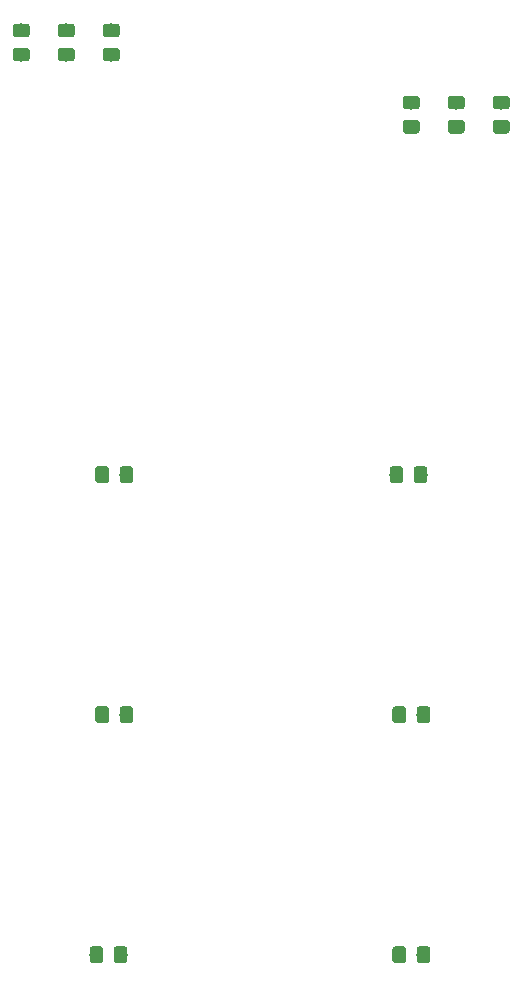
<source format=gbr>
G04 #@! TF.GenerationSoftware,KiCad,Pcbnew,5.1.4*
G04 #@! TF.CreationDate,2019-10-29T06:47:26+01:00*
G04 #@! TF.ProjectId,MediaKeys,4d656469-614b-4657-9973-2e6b69636164,rev?*
G04 #@! TF.SameCoordinates,Original*
G04 #@! TF.FileFunction,Paste,Top*
G04 #@! TF.FilePolarity,Positive*
%FSLAX46Y46*%
G04 Gerber Fmt 4.6, Leading zero omitted, Abs format (unit mm)*
G04 Created by KiCad (PCBNEW 5.1.4) date 2019-10-29 06:47:26*
%MOMM*%
%LPD*%
G04 APERTURE LIST*
%ADD10C,0.100000*%
%ADD11C,1.150000*%
G04 APERTURE END LIST*
D10*
G36*
X84294505Y-67761204D02*
G01*
X84318773Y-67764804D01*
X84342572Y-67770765D01*
X84365671Y-67779030D01*
X84387850Y-67789520D01*
X84408893Y-67802132D01*
X84428599Y-67816747D01*
X84446777Y-67833223D01*
X84463253Y-67851401D01*
X84477868Y-67871107D01*
X84490480Y-67892150D01*
X84500970Y-67914329D01*
X84509235Y-67937428D01*
X84515196Y-67961227D01*
X84518796Y-67985495D01*
X84520000Y-68009999D01*
X84520000Y-68660001D01*
X84518796Y-68684505D01*
X84515196Y-68708773D01*
X84509235Y-68732572D01*
X84500970Y-68755671D01*
X84490480Y-68777850D01*
X84477868Y-68798893D01*
X84463253Y-68818599D01*
X84446777Y-68836777D01*
X84428599Y-68853253D01*
X84408893Y-68867868D01*
X84387850Y-68880480D01*
X84365671Y-68890970D01*
X84342572Y-68899235D01*
X84318773Y-68905196D01*
X84294505Y-68908796D01*
X84270001Y-68910000D01*
X83369999Y-68910000D01*
X83345495Y-68908796D01*
X83321227Y-68905196D01*
X83297428Y-68899235D01*
X83274329Y-68890970D01*
X83252150Y-68880480D01*
X83231107Y-68867868D01*
X83211401Y-68853253D01*
X83193223Y-68836777D01*
X83176747Y-68818599D01*
X83162132Y-68798893D01*
X83149520Y-68777850D01*
X83139030Y-68755671D01*
X83130765Y-68732572D01*
X83124804Y-68708773D01*
X83121204Y-68684505D01*
X83120000Y-68660001D01*
X83120000Y-68009999D01*
X83121204Y-67985495D01*
X83124804Y-67961227D01*
X83130765Y-67937428D01*
X83139030Y-67914329D01*
X83149520Y-67892150D01*
X83162132Y-67871107D01*
X83176747Y-67851401D01*
X83193223Y-67833223D01*
X83211401Y-67816747D01*
X83231107Y-67802132D01*
X83252150Y-67789520D01*
X83274329Y-67779030D01*
X83297428Y-67770765D01*
X83321227Y-67764804D01*
X83345495Y-67761204D01*
X83369999Y-67760000D01*
X84270001Y-67760000D01*
X84294505Y-67761204D01*
X84294505Y-67761204D01*
G37*
D11*
X83820000Y-68335000D03*
D10*
G36*
X84294505Y-65711204D02*
G01*
X84318773Y-65714804D01*
X84342572Y-65720765D01*
X84365671Y-65729030D01*
X84387850Y-65739520D01*
X84408893Y-65752132D01*
X84428599Y-65766747D01*
X84446777Y-65783223D01*
X84463253Y-65801401D01*
X84477868Y-65821107D01*
X84490480Y-65842150D01*
X84500970Y-65864329D01*
X84509235Y-65887428D01*
X84515196Y-65911227D01*
X84518796Y-65935495D01*
X84520000Y-65959999D01*
X84520000Y-66610001D01*
X84518796Y-66634505D01*
X84515196Y-66658773D01*
X84509235Y-66682572D01*
X84500970Y-66705671D01*
X84490480Y-66727850D01*
X84477868Y-66748893D01*
X84463253Y-66768599D01*
X84446777Y-66786777D01*
X84428599Y-66803253D01*
X84408893Y-66817868D01*
X84387850Y-66830480D01*
X84365671Y-66840970D01*
X84342572Y-66849235D01*
X84318773Y-66855196D01*
X84294505Y-66858796D01*
X84270001Y-66860000D01*
X83369999Y-66860000D01*
X83345495Y-66858796D01*
X83321227Y-66855196D01*
X83297428Y-66849235D01*
X83274329Y-66840970D01*
X83252150Y-66830480D01*
X83231107Y-66817868D01*
X83211401Y-66803253D01*
X83193223Y-66786777D01*
X83176747Y-66768599D01*
X83162132Y-66748893D01*
X83149520Y-66727850D01*
X83139030Y-66705671D01*
X83130765Y-66682572D01*
X83124804Y-66658773D01*
X83121204Y-66634505D01*
X83120000Y-66610001D01*
X83120000Y-65959999D01*
X83121204Y-65935495D01*
X83124804Y-65911227D01*
X83130765Y-65887428D01*
X83139030Y-65864329D01*
X83149520Y-65842150D01*
X83162132Y-65821107D01*
X83176747Y-65801401D01*
X83193223Y-65783223D01*
X83211401Y-65766747D01*
X83231107Y-65752132D01*
X83252150Y-65739520D01*
X83274329Y-65729030D01*
X83297428Y-65720765D01*
X83321227Y-65714804D01*
X83345495Y-65711204D01*
X83369999Y-65710000D01*
X84270001Y-65710000D01*
X84294505Y-65711204D01*
X84294505Y-65711204D01*
G37*
D11*
X83820000Y-66285000D03*
D10*
G36*
X51274505Y-61656204D02*
G01*
X51298773Y-61659804D01*
X51322572Y-61665765D01*
X51345671Y-61674030D01*
X51367850Y-61684520D01*
X51388893Y-61697132D01*
X51408599Y-61711747D01*
X51426777Y-61728223D01*
X51443253Y-61746401D01*
X51457868Y-61766107D01*
X51470480Y-61787150D01*
X51480970Y-61809329D01*
X51489235Y-61832428D01*
X51495196Y-61856227D01*
X51498796Y-61880495D01*
X51500000Y-61904999D01*
X51500000Y-62555001D01*
X51498796Y-62579505D01*
X51495196Y-62603773D01*
X51489235Y-62627572D01*
X51480970Y-62650671D01*
X51470480Y-62672850D01*
X51457868Y-62693893D01*
X51443253Y-62713599D01*
X51426777Y-62731777D01*
X51408599Y-62748253D01*
X51388893Y-62762868D01*
X51367850Y-62775480D01*
X51345671Y-62785970D01*
X51322572Y-62794235D01*
X51298773Y-62800196D01*
X51274505Y-62803796D01*
X51250001Y-62805000D01*
X50349999Y-62805000D01*
X50325495Y-62803796D01*
X50301227Y-62800196D01*
X50277428Y-62794235D01*
X50254329Y-62785970D01*
X50232150Y-62775480D01*
X50211107Y-62762868D01*
X50191401Y-62748253D01*
X50173223Y-62731777D01*
X50156747Y-62713599D01*
X50142132Y-62693893D01*
X50129520Y-62672850D01*
X50119030Y-62650671D01*
X50110765Y-62627572D01*
X50104804Y-62603773D01*
X50101204Y-62579505D01*
X50100000Y-62555001D01*
X50100000Y-61904999D01*
X50101204Y-61880495D01*
X50104804Y-61856227D01*
X50110765Y-61832428D01*
X50119030Y-61809329D01*
X50129520Y-61787150D01*
X50142132Y-61766107D01*
X50156747Y-61746401D01*
X50173223Y-61728223D01*
X50191401Y-61711747D01*
X50211107Y-61697132D01*
X50232150Y-61684520D01*
X50254329Y-61674030D01*
X50277428Y-61665765D01*
X50301227Y-61659804D01*
X50325495Y-61656204D01*
X50349999Y-61655000D01*
X51250001Y-61655000D01*
X51274505Y-61656204D01*
X51274505Y-61656204D01*
G37*
D11*
X50800000Y-62230000D03*
D10*
G36*
X51274505Y-59606204D02*
G01*
X51298773Y-59609804D01*
X51322572Y-59615765D01*
X51345671Y-59624030D01*
X51367850Y-59634520D01*
X51388893Y-59647132D01*
X51408599Y-59661747D01*
X51426777Y-59678223D01*
X51443253Y-59696401D01*
X51457868Y-59716107D01*
X51470480Y-59737150D01*
X51480970Y-59759329D01*
X51489235Y-59782428D01*
X51495196Y-59806227D01*
X51498796Y-59830495D01*
X51500000Y-59854999D01*
X51500000Y-60505001D01*
X51498796Y-60529505D01*
X51495196Y-60553773D01*
X51489235Y-60577572D01*
X51480970Y-60600671D01*
X51470480Y-60622850D01*
X51457868Y-60643893D01*
X51443253Y-60663599D01*
X51426777Y-60681777D01*
X51408599Y-60698253D01*
X51388893Y-60712868D01*
X51367850Y-60725480D01*
X51345671Y-60735970D01*
X51322572Y-60744235D01*
X51298773Y-60750196D01*
X51274505Y-60753796D01*
X51250001Y-60755000D01*
X50349999Y-60755000D01*
X50325495Y-60753796D01*
X50301227Y-60750196D01*
X50277428Y-60744235D01*
X50254329Y-60735970D01*
X50232150Y-60725480D01*
X50211107Y-60712868D01*
X50191401Y-60698253D01*
X50173223Y-60681777D01*
X50156747Y-60663599D01*
X50142132Y-60643893D01*
X50129520Y-60622850D01*
X50119030Y-60600671D01*
X50110765Y-60577572D01*
X50104804Y-60553773D01*
X50101204Y-60529505D01*
X50100000Y-60505001D01*
X50100000Y-59854999D01*
X50101204Y-59830495D01*
X50104804Y-59806227D01*
X50110765Y-59782428D01*
X50119030Y-59759329D01*
X50129520Y-59737150D01*
X50142132Y-59716107D01*
X50156747Y-59696401D01*
X50173223Y-59678223D01*
X50191401Y-59661747D01*
X50211107Y-59647132D01*
X50232150Y-59634520D01*
X50254329Y-59624030D01*
X50277428Y-59615765D01*
X50301227Y-59609804D01*
X50325495Y-59606204D01*
X50349999Y-59605000D01*
X51250001Y-59605000D01*
X51274505Y-59606204D01*
X51274505Y-59606204D01*
G37*
D11*
X50800000Y-60180000D03*
D10*
G36*
X80484505Y-67761204D02*
G01*
X80508773Y-67764804D01*
X80532572Y-67770765D01*
X80555671Y-67779030D01*
X80577850Y-67789520D01*
X80598893Y-67802132D01*
X80618599Y-67816747D01*
X80636777Y-67833223D01*
X80653253Y-67851401D01*
X80667868Y-67871107D01*
X80680480Y-67892150D01*
X80690970Y-67914329D01*
X80699235Y-67937428D01*
X80705196Y-67961227D01*
X80708796Y-67985495D01*
X80710000Y-68009999D01*
X80710000Y-68660001D01*
X80708796Y-68684505D01*
X80705196Y-68708773D01*
X80699235Y-68732572D01*
X80690970Y-68755671D01*
X80680480Y-68777850D01*
X80667868Y-68798893D01*
X80653253Y-68818599D01*
X80636777Y-68836777D01*
X80618599Y-68853253D01*
X80598893Y-68867868D01*
X80577850Y-68880480D01*
X80555671Y-68890970D01*
X80532572Y-68899235D01*
X80508773Y-68905196D01*
X80484505Y-68908796D01*
X80460001Y-68910000D01*
X79559999Y-68910000D01*
X79535495Y-68908796D01*
X79511227Y-68905196D01*
X79487428Y-68899235D01*
X79464329Y-68890970D01*
X79442150Y-68880480D01*
X79421107Y-68867868D01*
X79401401Y-68853253D01*
X79383223Y-68836777D01*
X79366747Y-68818599D01*
X79352132Y-68798893D01*
X79339520Y-68777850D01*
X79329030Y-68755671D01*
X79320765Y-68732572D01*
X79314804Y-68708773D01*
X79311204Y-68684505D01*
X79310000Y-68660001D01*
X79310000Y-68009999D01*
X79311204Y-67985495D01*
X79314804Y-67961227D01*
X79320765Y-67937428D01*
X79329030Y-67914329D01*
X79339520Y-67892150D01*
X79352132Y-67871107D01*
X79366747Y-67851401D01*
X79383223Y-67833223D01*
X79401401Y-67816747D01*
X79421107Y-67802132D01*
X79442150Y-67789520D01*
X79464329Y-67779030D01*
X79487428Y-67770765D01*
X79511227Y-67764804D01*
X79535495Y-67761204D01*
X79559999Y-67760000D01*
X80460001Y-67760000D01*
X80484505Y-67761204D01*
X80484505Y-67761204D01*
G37*
D11*
X80010000Y-68335000D03*
D10*
G36*
X80484505Y-65711204D02*
G01*
X80508773Y-65714804D01*
X80532572Y-65720765D01*
X80555671Y-65729030D01*
X80577850Y-65739520D01*
X80598893Y-65752132D01*
X80618599Y-65766747D01*
X80636777Y-65783223D01*
X80653253Y-65801401D01*
X80667868Y-65821107D01*
X80680480Y-65842150D01*
X80690970Y-65864329D01*
X80699235Y-65887428D01*
X80705196Y-65911227D01*
X80708796Y-65935495D01*
X80710000Y-65959999D01*
X80710000Y-66610001D01*
X80708796Y-66634505D01*
X80705196Y-66658773D01*
X80699235Y-66682572D01*
X80690970Y-66705671D01*
X80680480Y-66727850D01*
X80667868Y-66748893D01*
X80653253Y-66768599D01*
X80636777Y-66786777D01*
X80618599Y-66803253D01*
X80598893Y-66817868D01*
X80577850Y-66830480D01*
X80555671Y-66840970D01*
X80532572Y-66849235D01*
X80508773Y-66855196D01*
X80484505Y-66858796D01*
X80460001Y-66860000D01*
X79559999Y-66860000D01*
X79535495Y-66858796D01*
X79511227Y-66855196D01*
X79487428Y-66849235D01*
X79464329Y-66840970D01*
X79442150Y-66830480D01*
X79421107Y-66817868D01*
X79401401Y-66803253D01*
X79383223Y-66786777D01*
X79366747Y-66768599D01*
X79352132Y-66748893D01*
X79339520Y-66727850D01*
X79329030Y-66705671D01*
X79320765Y-66682572D01*
X79314804Y-66658773D01*
X79311204Y-66634505D01*
X79310000Y-66610001D01*
X79310000Y-65959999D01*
X79311204Y-65935495D01*
X79314804Y-65911227D01*
X79320765Y-65887428D01*
X79329030Y-65864329D01*
X79339520Y-65842150D01*
X79352132Y-65821107D01*
X79366747Y-65801401D01*
X79383223Y-65783223D01*
X79401401Y-65766747D01*
X79421107Y-65752132D01*
X79442150Y-65739520D01*
X79464329Y-65729030D01*
X79487428Y-65720765D01*
X79511227Y-65714804D01*
X79535495Y-65711204D01*
X79559999Y-65710000D01*
X80460001Y-65710000D01*
X80484505Y-65711204D01*
X80484505Y-65711204D01*
G37*
D11*
X80010000Y-66285000D03*
D10*
G36*
X47464505Y-61656204D02*
G01*
X47488773Y-61659804D01*
X47512572Y-61665765D01*
X47535671Y-61674030D01*
X47557850Y-61684520D01*
X47578893Y-61697132D01*
X47598599Y-61711747D01*
X47616777Y-61728223D01*
X47633253Y-61746401D01*
X47647868Y-61766107D01*
X47660480Y-61787150D01*
X47670970Y-61809329D01*
X47679235Y-61832428D01*
X47685196Y-61856227D01*
X47688796Y-61880495D01*
X47690000Y-61904999D01*
X47690000Y-62555001D01*
X47688796Y-62579505D01*
X47685196Y-62603773D01*
X47679235Y-62627572D01*
X47670970Y-62650671D01*
X47660480Y-62672850D01*
X47647868Y-62693893D01*
X47633253Y-62713599D01*
X47616777Y-62731777D01*
X47598599Y-62748253D01*
X47578893Y-62762868D01*
X47557850Y-62775480D01*
X47535671Y-62785970D01*
X47512572Y-62794235D01*
X47488773Y-62800196D01*
X47464505Y-62803796D01*
X47440001Y-62805000D01*
X46539999Y-62805000D01*
X46515495Y-62803796D01*
X46491227Y-62800196D01*
X46467428Y-62794235D01*
X46444329Y-62785970D01*
X46422150Y-62775480D01*
X46401107Y-62762868D01*
X46381401Y-62748253D01*
X46363223Y-62731777D01*
X46346747Y-62713599D01*
X46332132Y-62693893D01*
X46319520Y-62672850D01*
X46309030Y-62650671D01*
X46300765Y-62627572D01*
X46294804Y-62603773D01*
X46291204Y-62579505D01*
X46290000Y-62555001D01*
X46290000Y-61904999D01*
X46291204Y-61880495D01*
X46294804Y-61856227D01*
X46300765Y-61832428D01*
X46309030Y-61809329D01*
X46319520Y-61787150D01*
X46332132Y-61766107D01*
X46346747Y-61746401D01*
X46363223Y-61728223D01*
X46381401Y-61711747D01*
X46401107Y-61697132D01*
X46422150Y-61684520D01*
X46444329Y-61674030D01*
X46467428Y-61665765D01*
X46491227Y-61659804D01*
X46515495Y-61656204D01*
X46539999Y-61655000D01*
X47440001Y-61655000D01*
X47464505Y-61656204D01*
X47464505Y-61656204D01*
G37*
D11*
X46990000Y-62230000D03*
D10*
G36*
X47464505Y-59606204D02*
G01*
X47488773Y-59609804D01*
X47512572Y-59615765D01*
X47535671Y-59624030D01*
X47557850Y-59634520D01*
X47578893Y-59647132D01*
X47598599Y-59661747D01*
X47616777Y-59678223D01*
X47633253Y-59696401D01*
X47647868Y-59716107D01*
X47660480Y-59737150D01*
X47670970Y-59759329D01*
X47679235Y-59782428D01*
X47685196Y-59806227D01*
X47688796Y-59830495D01*
X47690000Y-59854999D01*
X47690000Y-60505001D01*
X47688796Y-60529505D01*
X47685196Y-60553773D01*
X47679235Y-60577572D01*
X47670970Y-60600671D01*
X47660480Y-60622850D01*
X47647868Y-60643893D01*
X47633253Y-60663599D01*
X47616777Y-60681777D01*
X47598599Y-60698253D01*
X47578893Y-60712868D01*
X47557850Y-60725480D01*
X47535671Y-60735970D01*
X47512572Y-60744235D01*
X47488773Y-60750196D01*
X47464505Y-60753796D01*
X47440001Y-60755000D01*
X46539999Y-60755000D01*
X46515495Y-60753796D01*
X46491227Y-60750196D01*
X46467428Y-60744235D01*
X46444329Y-60735970D01*
X46422150Y-60725480D01*
X46401107Y-60712868D01*
X46381401Y-60698253D01*
X46363223Y-60681777D01*
X46346747Y-60663599D01*
X46332132Y-60643893D01*
X46319520Y-60622850D01*
X46309030Y-60600671D01*
X46300765Y-60577572D01*
X46294804Y-60553773D01*
X46291204Y-60529505D01*
X46290000Y-60505001D01*
X46290000Y-59854999D01*
X46291204Y-59830495D01*
X46294804Y-59806227D01*
X46300765Y-59782428D01*
X46309030Y-59759329D01*
X46319520Y-59737150D01*
X46332132Y-59716107D01*
X46346747Y-59696401D01*
X46363223Y-59678223D01*
X46381401Y-59661747D01*
X46401107Y-59647132D01*
X46422150Y-59634520D01*
X46444329Y-59624030D01*
X46467428Y-59615765D01*
X46491227Y-59609804D01*
X46515495Y-59606204D01*
X46539999Y-59605000D01*
X47440001Y-59605000D01*
X47464505Y-59606204D01*
X47464505Y-59606204D01*
G37*
D11*
X46990000Y-60180000D03*
D10*
G36*
X76674505Y-67761204D02*
G01*
X76698773Y-67764804D01*
X76722572Y-67770765D01*
X76745671Y-67779030D01*
X76767850Y-67789520D01*
X76788893Y-67802132D01*
X76808599Y-67816747D01*
X76826777Y-67833223D01*
X76843253Y-67851401D01*
X76857868Y-67871107D01*
X76870480Y-67892150D01*
X76880970Y-67914329D01*
X76889235Y-67937428D01*
X76895196Y-67961227D01*
X76898796Y-67985495D01*
X76900000Y-68009999D01*
X76900000Y-68660001D01*
X76898796Y-68684505D01*
X76895196Y-68708773D01*
X76889235Y-68732572D01*
X76880970Y-68755671D01*
X76870480Y-68777850D01*
X76857868Y-68798893D01*
X76843253Y-68818599D01*
X76826777Y-68836777D01*
X76808599Y-68853253D01*
X76788893Y-68867868D01*
X76767850Y-68880480D01*
X76745671Y-68890970D01*
X76722572Y-68899235D01*
X76698773Y-68905196D01*
X76674505Y-68908796D01*
X76650001Y-68910000D01*
X75749999Y-68910000D01*
X75725495Y-68908796D01*
X75701227Y-68905196D01*
X75677428Y-68899235D01*
X75654329Y-68890970D01*
X75632150Y-68880480D01*
X75611107Y-68867868D01*
X75591401Y-68853253D01*
X75573223Y-68836777D01*
X75556747Y-68818599D01*
X75542132Y-68798893D01*
X75529520Y-68777850D01*
X75519030Y-68755671D01*
X75510765Y-68732572D01*
X75504804Y-68708773D01*
X75501204Y-68684505D01*
X75500000Y-68660001D01*
X75500000Y-68009999D01*
X75501204Y-67985495D01*
X75504804Y-67961227D01*
X75510765Y-67937428D01*
X75519030Y-67914329D01*
X75529520Y-67892150D01*
X75542132Y-67871107D01*
X75556747Y-67851401D01*
X75573223Y-67833223D01*
X75591401Y-67816747D01*
X75611107Y-67802132D01*
X75632150Y-67789520D01*
X75654329Y-67779030D01*
X75677428Y-67770765D01*
X75701227Y-67764804D01*
X75725495Y-67761204D01*
X75749999Y-67760000D01*
X76650001Y-67760000D01*
X76674505Y-67761204D01*
X76674505Y-67761204D01*
G37*
D11*
X76200000Y-68335000D03*
D10*
G36*
X76674505Y-65711204D02*
G01*
X76698773Y-65714804D01*
X76722572Y-65720765D01*
X76745671Y-65729030D01*
X76767850Y-65739520D01*
X76788893Y-65752132D01*
X76808599Y-65766747D01*
X76826777Y-65783223D01*
X76843253Y-65801401D01*
X76857868Y-65821107D01*
X76870480Y-65842150D01*
X76880970Y-65864329D01*
X76889235Y-65887428D01*
X76895196Y-65911227D01*
X76898796Y-65935495D01*
X76900000Y-65959999D01*
X76900000Y-66610001D01*
X76898796Y-66634505D01*
X76895196Y-66658773D01*
X76889235Y-66682572D01*
X76880970Y-66705671D01*
X76870480Y-66727850D01*
X76857868Y-66748893D01*
X76843253Y-66768599D01*
X76826777Y-66786777D01*
X76808599Y-66803253D01*
X76788893Y-66817868D01*
X76767850Y-66830480D01*
X76745671Y-66840970D01*
X76722572Y-66849235D01*
X76698773Y-66855196D01*
X76674505Y-66858796D01*
X76650001Y-66860000D01*
X75749999Y-66860000D01*
X75725495Y-66858796D01*
X75701227Y-66855196D01*
X75677428Y-66849235D01*
X75654329Y-66840970D01*
X75632150Y-66830480D01*
X75611107Y-66817868D01*
X75591401Y-66803253D01*
X75573223Y-66786777D01*
X75556747Y-66768599D01*
X75542132Y-66748893D01*
X75529520Y-66727850D01*
X75519030Y-66705671D01*
X75510765Y-66682572D01*
X75504804Y-66658773D01*
X75501204Y-66634505D01*
X75500000Y-66610001D01*
X75500000Y-65959999D01*
X75501204Y-65935495D01*
X75504804Y-65911227D01*
X75510765Y-65887428D01*
X75519030Y-65864329D01*
X75529520Y-65842150D01*
X75542132Y-65821107D01*
X75556747Y-65801401D01*
X75573223Y-65783223D01*
X75591401Y-65766747D01*
X75611107Y-65752132D01*
X75632150Y-65739520D01*
X75654329Y-65729030D01*
X75677428Y-65720765D01*
X75701227Y-65714804D01*
X75725495Y-65711204D01*
X75749999Y-65710000D01*
X76650001Y-65710000D01*
X76674505Y-65711204D01*
X76674505Y-65711204D01*
G37*
D11*
X76200000Y-66285000D03*
D10*
G36*
X43654505Y-61656204D02*
G01*
X43678773Y-61659804D01*
X43702572Y-61665765D01*
X43725671Y-61674030D01*
X43747850Y-61684520D01*
X43768893Y-61697132D01*
X43788599Y-61711747D01*
X43806777Y-61728223D01*
X43823253Y-61746401D01*
X43837868Y-61766107D01*
X43850480Y-61787150D01*
X43860970Y-61809329D01*
X43869235Y-61832428D01*
X43875196Y-61856227D01*
X43878796Y-61880495D01*
X43880000Y-61904999D01*
X43880000Y-62555001D01*
X43878796Y-62579505D01*
X43875196Y-62603773D01*
X43869235Y-62627572D01*
X43860970Y-62650671D01*
X43850480Y-62672850D01*
X43837868Y-62693893D01*
X43823253Y-62713599D01*
X43806777Y-62731777D01*
X43788599Y-62748253D01*
X43768893Y-62762868D01*
X43747850Y-62775480D01*
X43725671Y-62785970D01*
X43702572Y-62794235D01*
X43678773Y-62800196D01*
X43654505Y-62803796D01*
X43630001Y-62805000D01*
X42729999Y-62805000D01*
X42705495Y-62803796D01*
X42681227Y-62800196D01*
X42657428Y-62794235D01*
X42634329Y-62785970D01*
X42612150Y-62775480D01*
X42591107Y-62762868D01*
X42571401Y-62748253D01*
X42553223Y-62731777D01*
X42536747Y-62713599D01*
X42522132Y-62693893D01*
X42509520Y-62672850D01*
X42499030Y-62650671D01*
X42490765Y-62627572D01*
X42484804Y-62603773D01*
X42481204Y-62579505D01*
X42480000Y-62555001D01*
X42480000Y-61904999D01*
X42481204Y-61880495D01*
X42484804Y-61856227D01*
X42490765Y-61832428D01*
X42499030Y-61809329D01*
X42509520Y-61787150D01*
X42522132Y-61766107D01*
X42536747Y-61746401D01*
X42553223Y-61728223D01*
X42571401Y-61711747D01*
X42591107Y-61697132D01*
X42612150Y-61684520D01*
X42634329Y-61674030D01*
X42657428Y-61665765D01*
X42681227Y-61659804D01*
X42705495Y-61656204D01*
X42729999Y-61655000D01*
X43630001Y-61655000D01*
X43654505Y-61656204D01*
X43654505Y-61656204D01*
G37*
D11*
X43180000Y-62230000D03*
D10*
G36*
X43654505Y-59606204D02*
G01*
X43678773Y-59609804D01*
X43702572Y-59615765D01*
X43725671Y-59624030D01*
X43747850Y-59634520D01*
X43768893Y-59647132D01*
X43788599Y-59661747D01*
X43806777Y-59678223D01*
X43823253Y-59696401D01*
X43837868Y-59716107D01*
X43850480Y-59737150D01*
X43860970Y-59759329D01*
X43869235Y-59782428D01*
X43875196Y-59806227D01*
X43878796Y-59830495D01*
X43880000Y-59854999D01*
X43880000Y-60505001D01*
X43878796Y-60529505D01*
X43875196Y-60553773D01*
X43869235Y-60577572D01*
X43860970Y-60600671D01*
X43850480Y-60622850D01*
X43837868Y-60643893D01*
X43823253Y-60663599D01*
X43806777Y-60681777D01*
X43788599Y-60698253D01*
X43768893Y-60712868D01*
X43747850Y-60725480D01*
X43725671Y-60735970D01*
X43702572Y-60744235D01*
X43678773Y-60750196D01*
X43654505Y-60753796D01*
X43630001Y-60755000D01*
X42729999Y-60755000D01*
X42705495Y-60753796D01*
X42681227Y-60750196D01*
X42657428Y-60744235D01*
X42634329Y-60735970D01*
X42612150Y-60725480D01*
X42591107Y-60712868D01*
X42571401Y-60698253D01*
X42553223Y-60681777D01*
X42536747Y-60663599D01*
X42522132Y-60643893D01*
X42509520Y-60622850D01*
X42499030Y-60600671D01*
X42490765Y-60577572D01*
X42484804Y-60553773D01*
X42481204Y-60529505D01*
X42480000Y-60505001D01*
X42480000Y-59854999D01*
X42481204Y-59830495D01*
X42484804Y-59806227D01*
X42490765Y-59782428D01*
X42499030Y-59759329D01*
X42509520Y-59737150D01*
X42522132Y-59716107D01*
X42536747Y-59696401D01*
X42553223Y-59678223D01*
X42571401Y-59661747D01*
X42591107Y-59647132D01*
X42612150Y-59634520D01*
X42634329Y-59624030D01*
X42657428Y-59615765D01*
X42681227Y-59609804D01*
X42705495Y-59606204D01*
X42729999Y-59605000D01*
X43630001Y-59605000D01*
X43654505Y-59606204D01*
X43654505Y-59606204D01*
G37*
D11*
X43180000Y-60180000D03*
D10*
G36*
X75524505Y-137731204D02*
G01*
X75548773Y-137734804D01*
X75572572Y-137740765D01*
X75595671Y-137749030D01*
X75617850Y-137759520D01*
X75638893Y-137772132D01*
X75658599Y-137786747D01*
X75676777Y-137803223D01*
X75693253Y-137821401D01*
X75707868Y-137841107D01*
X75720480Y-137862150D01*
X75730970Y-137884329D01*
X75739235Y-137907428D01*
X75745196Y-137931227D01*
X75748796Y-137955495D01*
X75750000Y-137979999D01*
X75750000Y-138880001D01*
X75748796Y-138904505D01*
X75745196Y-138928773D01*
X75739235Y-138952572D01*
X75730970Y-138975671D01*
X75720480Y-138997850D01*
X75707868Y-139018893D01*
X75693253Y-139038599D01*
X75676777Y-139056777D01*
X75658599Y-139073253D01*
X75638893Y-139087868D01*
X75617850Y-139100480D01*
X75595671Y-139110970D01*
X75572572Y-139119235D01*
X75548773Y-139125196D01*
X75524505Y-139128796D01*
X75500001Y-139130000D01*
X74849999Y-139130000D01*
X74825495Y-139128796D01*
X74801227Y-139125196D01*
X74777428Y-139119235D01*
X74754329Y-139110970D01*
X74732150Y-139100480D01*
X74711107Y-139087868D01*
X74691401Y-139073253D01*
X74673223Y-139056777D01*
X74656747Y-139038599D01*
X74642132Y-139018893D01*
X74629520Y-138997850D01*
X74619030Y-138975671D01*
X74610765Y-138952572D01*
X74604804Y-138928773D01*
X74601204Y-138904505D01*
X74600000Y-138880001D01*
X74600000Y-137979999D01*
X74601204Y-137955495D01*
X74604804Y-137931227D01*
X74610765Y-137907428D01*
X74619030Y-137884329D01*
X74629520Y-137862150D01*
X74642132Y-137841107D01*
X74656747Y-137821401D01*
X74673223Y-137803223D01*
X74691401Y-137786747D01*
X74711107Y-137772132D01*
X74732150Y-137759520D01*
X74754329Y-137749030D01*
X74777428Y-137740765D01*
X74801227Y-137734804D01*
X74825495Y-137731204D01*
X74849999Y-137730000D01*
X75500001Y-137730000D01*
X75524505Y-137731204D01*
X75524505Y-137731204D01*
G37*
D11*
X75175000Y-138430000D03*
D10*
G36*
X77574505Y-137731204D02*
G01*
X77598773Y-137734804D01*
X77622572Y-137740765D01*
X77645671Y-137749030D01*
X77667850Y-137759520D01*
X77688893Y-137772132D01*
X77708599Y-137786747D01*
X77726777Y-137803223D01*
X77743253Y-137821401D01*
X77757868Y-137841107D01*
X77770480Y-137862150D01*
X77780970Y-137884329D01*
X77789235Y-137907428D01*
X77795196Y-137931227D01*
X77798796Y-137955495D01*
X77800000Y-137979999D01*
X77800000Y-138880001D01*
X77798796Y-138904505D01*
X77795196Y-138928773D01*
X77789235Y-138952572D01*
X77780970Y-138975671D01*
X77770480Y-138997850D01*
X77757868Y-139018893D01*
X77743253Y-139038599D01*
X77726777Y-139056777D01*
X77708599Y-139073253D01*
X77688893Y-139087868D01*
X77667850Y-139100480D01*
X77645671Y-139110970D01*
X77622572Y-139119235D01*
X77598773Y-139125196D01*
X77574505Y-139128796D01*
X77550001Y-139130000D01*
X76899999Y-139130000D01*
X76875495Y-139128796D01*
X76851227Y-139125196D01*
X76827428Y-139119235D01*
X76804329Y-139110970D01*
X76782150Y-139100480D01*
X76761107Y-139087868D01*
X76741401Y-139073253D01*
X76723223Y-139056777D01*
X76706747Y-139038599D01*
X76692132Y-139018893D01*
X76679520Y-138997850D01*
X76669030Y-138975671D01*
X76660765Y-138952572D01*
X76654804Y-138928773D01*
X76651204Y-138904505D01*
X76650000Y-138880001D01*
X76650000Y-137979999D01*
X76651204Y-137955495D01*
X76654804Y-137931227D01*
X76660765Y-137907428D01*
X76669030Y-137884329D01*
X76679520Y-137862150D01*
X76692132Y-137841107D01*
X76706747Y-137821401D01*
X76723223Y-137803223D01*
X76741401Y-137786747D01*
X76761107Y-137772132D01*
X76782150Y-137759520D01*
X76804329Y-137749030D01*
X76827428Y-137740765D01*
X76851227Y-137734804D01*
X76875495Y-137731204D01*
X76899999Y-137730000D01*
X77550001Y-137730000D01*
X77574505Y-137731204D01*
X77574505Y-137731204D01*
G37*
D11*
X77225000Y-138430000D03*
D10*
G36*
X49879505Y-137731204D02*
G01*
X49903773Y-137734804D01*
X49927572Y-137740765D01*
X49950671Y-137749030D01*
X49972850Y-137759520D01*
X49993893Y-137772132D01*
X50013599Y-137786747D01*
X50031777Y-137803223D01*
X50048253Y-137821401D01*
X50062868Y-137841107D01*
X50075480Y-137862150D01*
X50085970Y-137884329D01*
X50094235Y-137907428D01*
X50100196Y-137931227D01*
X50103796Y-137955495D01*
X50105000Y-137979999D01*
X50105000Y-138880001D01*
X50103796Y-138904505D01*
X50100196Y-138928773D01*
X50094235Y-138952572D01*
X50085970Y-138975671D01*
X50075480Y-138997850D01*
X50062868Y-139018893D01*
X50048253Y-139038599D01*
X50031777Y-139056777D01*
X50013599Y-139073253D01*
X49993893Y-139087868D01*
X49972850Y-139100480D01*
X49950671Y-139110970D01*
X49927572Y-139119235D01*
X49903773Y-139125196D01*
X49879505Y-139128796D01*
X49855001Y-139130000D01*
X49204999Y-139130000D01*
X49180495Y-139128796D01*
X49156227Y-139125196D01*
X49132428Y-139119235D01*
X49109329Y-139110970D01*
X49087150Y-139100480D01*
X49066107Y-139087868D01*
X49046401Y-139073253D01*
X49028223Y-139056777D01*
X49011747Y-139038599D01*
X48997132Y-139018893D01*
X48984520Y-138997850D01*
X48974030Y-138975671D01*
X48965765Y-138952572D01*
X48959804Y-138928773D01*
X48956204Y-138904505D01*
X48955000Y-138880001D01*
X48955000Y-137979999D01*
X48956204Y-137955495D01*
X48959804Y-137931227D01*
X48965765Y-137907428D01*
X48974030Y-137884329D01*
X48984520Y-137862150D01*
X48997132Y-137841107D01*
X49011747Y-137821401D01*
X49028223Y-137803223D01*
X49046401Y-137786747D01*
X49066107Y-137772132D01*
X49087150Y-137759520D01*
X49109329Y-137749030D01*
X49132428Y-137740765D01*
X49156227Y-137734804D01*
X49180495Y-137731204D01*
X49204999Y-137730000D01*
X49855001Y-137730000D01*
X49879505Y-137731204D01*
X49879505Y-137731204D01*
G37*
D11*
X49530000Y-138430000D03*
D10*
G36*
X51929505Y-137731204D02*
G01*
X51953773Y-137734804D01*
X51977572Y-137740765D01*
X52000671Y-137749030D01*
X52022850Y-137759520D01*
X52043893Y-137772132D01*
X52063599Y-137786747D01*
X52081777Y-137803223D01*
X52098253Y-137821401D01*
X52112868Y-137841107D01*
X52125480Y-137862150D01*
X52135970Y-137884329D01*
X52144235Y-137907428D01*
X52150196Y-137931227D01*
X52153796Y-137955495D01*
X52155000Y-137979999D01*
X52155000Y-138880001D01*
X52153796Y-138904505D01*
X52150196Y-138928773D01*
X52144235Y-138952572D01*
X52135970Y-138975671D01*
X52125480Y-138997850D01*
X52112868Y-139018893D01*
X52098253Y-139038599D01*
X52081777Y-139056777D01*
X52063599Y-139073253D01*
X52043893Y-139087868D01*
X52022850Y-139100480D01*
X52000671Y-139110970D01*
X51977572Y-139119235D01*
X51953773Y-139125196D01*
X51929505Y-139128796D01*
X51905001Y-139130000D01*
X51254999Y-139130000D01*
X51230495Y-139128796D01*
X51206227Y-139125196D01*
X51182428Y-139119235D01*
X51159329Y-139110970D01*
X51137150Y-139100480D01*
X51116107Y-139087868D01*
X51096401Y-139073253D01*
X51078223Y-139056777D01*
X51061747Y-139038599D01*
X51047132Y-139018893D01*
X51034520Y-138997850D01*
X51024030Y-138975671D01*
X51015765Y-138952572D01*
X51009804Y-138928773D01*
X51006204Y-138904505D01*
X51005000Y-138880001D01*
X51005000Y-137979999D01*
X51006204Y-137955495D01*
X51009804Y-137931227D01*
X51015765Y-137907428D01*
X51024030Y-137884329D01*
X51034520Y-137862150D01*
X51047132Y-137841107D01*
X51061747Y-137821401D01*
X51078223Y-137803223D01*
X51096401Y-137786747D01*
X51116107Y-137772132D01*
X51137150Y-137759520D01*
X51159329Y-137749030D01*
X51182428Y-137740765D01*
X51206227Y-137734804D01*
X51230495Y-137731204D01*
X51254999Y-137730000D01*
X51905001Y-137730000D01*
X51929505Y-137731204D01*
X51929505Y-137731204D01*
G37*
D11*
X51580000Y-138430000D03*
D10*
G36*
X75524505Y-117411204D02*
G01*
X75548773Y-117414804D01*
X75572572Y-117420765D01*
X75595671Y-117429030D01*
X75617850Y-117439520D01*
X75638893Y-117452132D01*
X75658599Y-117466747D01*
X75676777Y-117483223D01*
X75693253Y-117501401D01*
X75707868Y-117521107D01*
X75720480Y-117542150D01*
X75730970Y-117564329D01*
X75739235Y-117587428D01*
X75745196Y-117611227D01*
X75748796Y-117635495D01*
X75750000Y-117659999D01*
X75750000Y-118560001D01*
X75748796Y-118584505D01*
X75745196Y-118608773D01*
X75739235Y-118632572D01*
X75730970Y-118655671D01*
X75720480Y-118677850D01*
X75707868Y-118698893D01*
X75693253Y-118718599D01*
X75676777Y-118736777D01*
X75658599Y-118753253D01*
X75638893Y-118767868D01*
X75617850Y-118780480D01*
X75595671Y-118790970D01*
X75572572Y-118799235D01*
X75548773Y-118805196D01*
X75524505Y-118808796D01*
X75500001Y-118810000D01*
X74849999Y-118810000D01*
X74825495Y-118808796D01*
X74801227Y-118805196D01*
X74777428Y-118799235D01*
X74754329Y-118790970D01*
X74732150Y-118780480D01*
X74711107Y-118767868D01*
X74691401Y-118753253D01*
X74673223Y-118736777D01*
X74656747Y-118718599D01*
X74642132Y-118698893D01*
X74629520Y-118677850D01*
X74619030Y-118655671D01*
X74610765Y-118632572D01*
X74604804Y-118608773D01*
X74601204Y-118584505D01*
X74600000Y-118560001D01*
X74600000Y-117659999D01*
X74601204Y-117635495D01*
X74604804Y-117611227D01*
X74610765Y-117587428D01*
X74619030Y-117564329D01*
X74629520Y-117542150D01*
X74642132Y-117521107D01*
X74656747Y-117501401D01*
X74673223Y-117483223D01*
X74691401Y-117466747D01*
X74711107Y-117452132D01*
X74732150Y-117439520D01*
X74754329Y-117429030D01*
X74777428Y-117420765D01*
X74801227Y-117414804D01*
X74825495Y-117411204D01*
X74849999Y-117410000D01*
X75500001Y-117410000D01*
X75524505Y-117411204D01*
X75524505Y-117411204D01*
G37*
D11*
X75175000Y-118110000D03*
D10*
G36*
X77574505Y-117411204D02*
G01*
X77598773Y-117414804D01*
X77622572Y-117420765D01*
X77645671Y-117429030D01*
X77667850Y-117439520D01*
X77688893Y-117452132D01*
X77708599Y-117466747D01*
X77726777Y-117483223D01*
X77743253Y-117501401D01*
X77757868Y-117521107D01*
X77770480Y-117542150D01*
X77780970Y-117564329D01*
X77789235Y-117587428D01*
X77795196Y-117611227D01*
X77798796Y-117635495D01*
X77800000Y-117659999D01*
X77800000Y-118560001D01*
X77798796Y-118584505D01*
X77795196Y-118608773D01*
X77789235Y-118632572D01*
X77780970Y-118655671D01*
X77770480Y-118677850D01*
X77757868Y-118698893D01*
X77743253Y-118718599D01*
X77726777Y-118736777D01*
X77708599Y-118753253D01*
X77688893Y-118767868D01*
X77667850Y-118780480D01*
X77645671Y-118790970D01*
X77622572Y-118799235D01*
X77598773Y-118805196D01*
X77574505Y-118808796D01*
X77550001Y-118810000D01*
X76899999Y-118810000D01*
X76875495Y-118808796D01*
X76851227Y-118805196D01*
X76827428Y-118799235D01*
X76804329Y-118790970D01*
X76782150Y-118780480D01*
X76761107Y-118767868D01*
X76741401Y-118753253D01*
X76723223Y-118736777D01*
X76706747Y-118718599D01*
X76692132Y-118698893D01*
X76679520Y-118677850D01*
X76669030Y-118655671D01*
X76660765Y-118632572D01*
X76654804Y-118608773D01*
X76651204Y-118584505D01*
X76650000Y-118560001D01*
X76650000Y-117659999D01*
X76651204Y-117635495D01*
X76654804Y-117611227D01*
X76660765Y-117587428D01*
X76669030Y-117564329D01*
X76679520Y-117542150D01*
X76692132Y-117521107D01*
X76706747Y-117501401D01*
X76723223Y-117483223D01*
X76741401Y-117466747D01*
X76761107Y-117452132D01*
X76782150Y-117439520D01*
X76804329Y-117429030D01*
X76827428Y-117420765D01*
X76851227Y-117414804D01*
X76875495Y-117411204D01*
X76899999Y-117410000D01*
X77550001Y-117410000D01*
X77574505Y-117411204D01*
X77574505Y-117411204D01*
G37*
D11*
X77225000Y-118110000D03*
D10*
G36*
X50369505Y-117411204D02*
G01*
X50393773Y-117414804D01*
X50417572Y-117420765D01*
X50440671Y-117429030D01*
X50462850Y-117439520D01*
X50483893Y-117452132D01*
X50503599Y-117466747D01*
X50521777Y-117483223D01*
X50538253Y-117501401D01*
X50552868Y-117521107D01*
X50565480Y-117542150D01*
X50575970Y-117564329D01*
X50584235Y-117587428D01*
X50590196Y-117611227D01*
X50593796Y-117635495D01*
X50595000Y-117659999D01*
X50595000Y-118560001D01*
X50593796Y-118584505D01*
X50590196Y-118608773D01*
X50584235Y-118632572D01*
X50575970Y-118655671D01*
X50565480Y-118677850D01*
X50552868Y-118698893D01*
X50538253Y-118718599D01*
X50521777Y-118736777D01*
X50503599Y-118753253D01*
X50483893Y-118767868D01*
X50462850Y-118780480D01*
X50440671Y-118790970D01*
X50417572Y-118799235D01*
X50393773Y-118805196D01*
X50369505Y-118808796D01*
X50345001Y-118810000D01*
X49694999Y-118810000D01*
X49670495Y-118808796D01*
X49646227Y-118805196D01*
X49622428Y-118799235D01*
X49599329Y-118790970D01*
X49577150Y-118780480D01*
X49556107Y-118767868D01*
X49536401Y-118753253D01*
X49518223Y-118736777D01*
X49501747Y-118718599D01*
X49487132Y-118698893D01*
X49474520Y-118677850D01*
X49464030Y-118655671D01*
X49455765Y-118632572D01*
X49449804Y-118608773D01*
X49446204Y-118584505D01*
X49445000Y-118560001D01*
X49445000Y-117659999D01*
X49446204Y-117635495D01*
X49449804Y-117611227D01*
X49455765Y-117587428D01*
X49464030Y-117564329D01*
X49474520Y-117542150D01*
X49487132Y-117521107D01*
X49501747Y-117501401D01*
X49518223Y-117483223D01*
X49536401Y-117466747D01*
X49556107Y-117452132D01*
X49577150Y-117439520D01*
X49599329Y-117429030D01*
X49622428Y-117420765D01*
X49646227Y-117414804D01*
X49670495Y-117411204D01*
X49694999Y-117410000D01*
X50345001Y-117410000D01*
X50369505Y-117411204D01*
X50369505Y-117411204D01*
G37*
D11*
X50020000Y-118110000D03*
D10*
G36*
X52419505Y-117411204D02*
G01*
X52443773Y-117414804D01*
X52467572Y-117420765D01*
X52490671Y-117429030D01*
X52512850Y-117439520D01*
X52533893Y-117452132D01*
X52553599Y-117466747D01*
X52571777Y-117483223D01*
X52588253Y-117501401D01*
X52602868Y-117521107D01*
X52615480Y-117542150D01*
X52625970Y-117564329D01*
X52634235Y-117587428D01*
X52640196Y-117611227D01*
X52643796Y-117635495D01*
X52645000Y-117659999D01*
X52645000Y-118560001D01*
X52643796Y-118584505D01*
X52640196Y-118608773D01*
X52634235Y-118632572D01*
X52625970Y-118655671D01*
X52615480Y-118677850D01*
X52602868Y-118698893D01*
X52588253Y-118718599D01*
X52571777Y-118736777D01*
X52553599Y-118753253D01*
X52533893Y-118767868D01*
X52512850Y-118780480D01*
X52490671Y-118790970D01*
X52467572Y-118799235D01*
X52443773Y-118805196D01*
X52419505Y-118808796D01*
X52395001Y-118810000D01*
X51744999Y-118810000D01*
X51720495Y-118808796D01*
X51696227Y-118805196D01*
X51672428Y-118799235D01*
X51649329Y-118790970D01*
X51627150Y-118780480D01*
X51606107Y-118767868D01*
X51586401Y-118753253D01*
X51568223Y-118736777D01*
X51551747Y-118718599D01*
X51537132Y-118698893D01*
X51524520Y-118677850D01*
X51514030Y-118655671D01*
X51505765Y-118632572D01*
X51499804Y-118608773D01*
X51496204Y-118584505D01*
X51495000Y-118560001D01*
X51495000Y-117659999D01*
X51496204Y-117635495D01*
X51499804Y-117611227D01*
X51505765Y-117587428D01*
X51514030Y-117564329D01*
X51524520Y-117542150D01*
X51537132Y-117521107D01*
X51551747Y-117501401D01*
X51568223Y-117483223D01*
X51586401Y-117466747D01*
X51606107Y-117452132D01*
X51627150Y-117439520D01*
X51649329Y-117429030D01*
X51672428Y-117420765D01*
X51696227Y-117414804D01*
X51720495Y-117411204D01*
X51744999Y-117410000D01*
X52395001Y-117410000D01*
X52419505Y-117411204D01*
X52419505Y-117411204D01*
G37*
D11*
X52070000Y-118110000D03*
D10*
G36*
X75279505Y-97091204D02*
G01*
X75303773Y-97094804D01*
X75327572Y-97100765D01*
X75350671Y-97109030D01*
X75372850Y-97119520D01*
X75393893Y-97132132D01*
X75413599Y-97146747D01*
X75431777Y-97163223D01*
X75448253Y-97181401D01*
X75462868Y-97201107D01*
X75475480Y-97222150D01*
X75485970Y-97244329D01*
X75494235Y-97267428D01*
X75500196Y-97291227D01*
X75503796Y-97315495D01*
X75505000Y-97339999D01*
X75505000Y-98240001D01*
X75503796Y-98264505D01*
X75500196Y-98288773D01*
X75494235Y-98312572D01*
X75485970Y-98335671D01*
X75475480Y-98357850D01*
X75462868Y-98378893D01*
X75448253Y-98398599D01*
X75431777Y-98416777D01*
X75413599Y-98433253D01*
X75393893Y-98447868D01*
X75372850Y-98460480D01*
X75350671Y-98470970D01*
X75327572Y-98479235D01*
X75303773Y-98485196D01*
X75279505Y-98488796D01*
X75255001Y-98490000D01*
X74604999Y-98490000D01*
X74580495Y-98488796D01*
X74556227Y-98485196D01*
X74532428Y-98479235D01*
X74509329Y-98470970D01*
X74487150Y-98460480D01*
X74466107Y-98447868D01*
X74446401Y-98433253D01*
X74428223Y-98416777D01*
X74411747Y-98398599D01*
X74397132Y-98378893D01*
X74384520Y-98357850D01*
X74374030Y-98335671D01*
X74365765Y-98312572D01*
X74359804Y-98288773D01*
X74356204Y-98264505D01*
X74355000Y-98240001D01*
X74355000Y-97339999D01*
X74356204Y-97315495D01*
X74359804Y-97291227D01*
X74365765Y-97267428D01*
X74374030Y-97244329D01*
X74384520Y-97222150D01*
X74397132Y-97201107D01*
X74411747Y-97181401D01*
X74428223Y-97163223D01*
X74446401Y-97146747D01*
X74466107Y-97132132D01*
X74487150Y-97119520D01*
X74509329Y-97109030D01*
X74532428Y-97100765D01*
X74556227Y-97094804D01*
X74580495Y-97091204D01*
X74604999Y-97090000D01*
X75255001Y-97090000D01*
X75279505Y-97091204D01*
X75279505Y-97091204D01*
G37*
D11*
X74930000Y-97790000D03*
D10*
G36*
X77329505Y-97091204D02*
G01*
X77353773Y-97094804D01*
X77377572Y-97100765D01*
X77400671Y-97109030D01*
X77422850Y-97119520D01*
X77443893Y-97132132D01*
X77463599Y-97146747D01*
X77481777Y-97163223D01*
X77498253Y-97181401D01*
X77512868Y-97201107D01*
X77525480Y-97222150D01*
X77535970Y-97244329D01*
X77544235Y-97267428D01*
X77550196Y-97291227D01*
X77553796Y-97315495D01*
X77555000Y-97339999D01*
X77555000Y-98240001D01*
X77553796Y-98264505D01*
X77550196Y-98288773D01*
X77544235Y-98312572D01*
X77535970Y-98335671D01*
X77525480Y-98357850D01*
X77512868Y-98378893D01*
X77498253Y-98398599D01*
X77481777Y-98416777D01*
X77463599Y-98433253D01*
X77443893Y-98447868D01*
X77422850Y-98460480D01*
X77400671Y-98470970D01*
X77377572Y-98479235D01*
X77353773Y-98485196D01*
X77329505Y-98488796D01*
X77305001Y-98490000D01*
X76654999Y-98490000D01*
X76630495Y-98488796D01*
X76606227Y-98485196D01*
X76582428Y-98479235D01*
X76559329Y-98470970D01*
X76537150Y-98460480D01*
X76516107Y-98447868D01*
X76496401Y-98433253D01*
X76478223Y-98416777D01*
X76461747Y-98398599D01*
X76447132Y-98378893D01*
X76434520Y-98357850D01*
X76424030Y-98335671D01*
X76415765Y-98312572D01*
X76409804Y-98288773D01*
X76406204Y-98264505D01*
X76405000Y-98240001D01*
X76405000Y-97339999D01*
X76406204Y-97315495D01*
X76409804Y-97291227D01*
X76415765Y-97267428D01*
X76424030Y-97244329D01*
X76434520Y-97222150D01*
X76447132Y-97201107D01*
X76461747Y-97181401D01*
X76478223Y-97163223D01*
X76496401Y-97146747D01*
X76516107Y-97132132D01*
X76537150Y-97119520D01*
X76559329Y-97109030D01*
X76582428Y-97100765D01*
X76606227Y-97094804D01*
X76630495Y-97091204D01*
X76654999Y-97090000D01*
X77305001Y-97090000D01*
X77329505Y-97091204D01*
X77329505Y-97091204D01*
G37*
D11*
X76980000Y-97790000D03*
D10*
G36*
X50369505Y-97091204D02*
G01*
X50393773Y-97094804D01*
X50417572Y-97100765D01*
X50440671Y-97109030D01*
X50462850Y-97119520D01*
X50483893Y-97132132D01*
X50503599Y-97146747D01*
X50521777Y-97163223D01*
X50538253Y-97181401D01*
X50552868Y-97201107D01*
X50565480Y-97222150D01*
X50575970Y-97244329D01*
X50584235Y-97267428D01*
X50590196Y-97291227D01*
X50593796Y-97315495D01*
X50595000Y-97339999D01*
X50595000Y-98240001D01*
X50593796Y-98264505D01*
X50590196Y-98288773D01*
X50584235Y-98312572D01*
X50575970Y-98335671D01*
X50565480Y-98357850D01*
X50552868Y-98378893D01*
X50538253Y-98398599D01*
X50521777Y-98416777D01*
X50503599Y-98433253D01*
X50483893Y-98447868D01*
X50462850Y-98460480D01*
X50440671Y-98470970D01*
X50417572Y-98479235D01*
X50393773Y-98485196D01*
X50369505Y-98488796D01*
X50345001Y-98490000D01*
X49694999Y-98490000D01*
X49670495Y-98488796D01*
X49646227Y-98485196D01*
X49622428Y-98479235D01*
X49599329Y-98470970D01*
X49577150Y-98460480D01*
X49556107Y-98447868D01*
X49536401Y-98433253D01*
X49518223Y-98416777D01*
X49501747Y-98398599D01*
X49487132Y-98378893D01*
X49474520Y-98357850D01*
X49464030Y-98335671D01*
X49455765Y-98312572D01*
X49449804Y-98288773D01*
X49446204Y-98264505D01*
X49445000Y-98240001D01*
X49445000Y-97339999D01*
X49446204Y-97315495D01*
X49449804Y-97291227D01*
X49455765Y-97267428D01*
X49464030Y-97244329D01*
X49474520Y-97222150D01*
X49487132Y-97201107D01*
X49501747Y-97181401D01*
X49518223Y-97163223D01*
X49536401Y-97146747D01*
X49556107Y-97132132D01*
X49577150Y-97119520D01*
X49599329Y-97109030D01*
X49622428Y-97100765D01*
X49646227Y-97094804D01*
X49670495Y-97091204D01*
X49694999Y-97090000D01*
X50345001Y-97090000D01*
X50369505Y-97091204D01*
X50369505Y-97091204D01*
G37*
D11*
X50020000Y-97790000D03*
D10*
G36*
X52419505Y-97091204D02*
G01*
X52443773Y-97094804D01*
X52467572Y-97100765D01*
X52490671Y-97109030D01*
X52512850Y-97119520D01*
X52533893Y-97132132D01*
X52553599Y-97146747D01*
X52571777Y-97163223D01*
X52588253Y-97181401D01*
X52602868Y-97201107D01*
X52615480Y-97222150D01*
X52625970Y-97244329D01*
X52634235Y-97267428D01*
X52640196Y-97291227D01*
X52643796Y-97315495D01*
X52645000Y-97339999D01*
X52645000Y-98240001D01*
X52643796Y-98264505D01*
X52640196Y-98288773D01*
X52634235Y-98312572D01*
X52625970Y-98335671D01*
X52615480Y-98357850D01*
X52602868Y-98378893D01*
X52588253Y-98398599D01*
X52571777Y-98416777D01*
X52553599Y-98433253D01*
X52533893Y-98447868D01*
X52512850Y-98460480D01*
X52490671Y-98470970D01*
X52467572Y-98479235D01*
X52443773Y-98485196D01*
X52419505Y-98488796D01*
X52395001Y-98490000D01*
X51744999Y-98490000D01*
X51720495Y-98488796D01*
X51696227Y-98485196D01*
X51672428Y-98479235D01*
X51649329Y-98470970D01*
X51627150Y-98460480D01*
X51606107Y-98447868D01*
X51586401Y-98433253D01*
X51568223Y-98416777D01*
X51551747Y-98398599D01*
X51537132Y-98378893D01*
X51524520Y-98357850D01*
X51514030Y-98335671D01*
X51505765Y-98312572D01*
X51499804Y-98288773D01*
X51496204Y-98264505D01*
X51495000Y-98240001D01*
X51495000Y-97339999D01*
X51496204Y-97315495D01*
X51499804Y-97291227D01*
X51505765Y-97267428D01*
X51514030Y-97244329D01*
X51524520Y-97222150D01*
X51537132Y-97201107D01*
X51551747Y-97181401D01*
X51568223Y-97163223D01*
X51586401Y-97146747D01*
X51606107Y-97132132D01*
X51627150Y-97119520D01*
X51649329Y-97109030D01*
X51672428Y-97100765D01*
X51696227Y-97094804D01*
X51720495Y-97091204D01*
X51744999Y-97090000D01*
X52395001Y-97090000D01*
X52419505Y-97091204D01*
X52419505Y-97091204D01*
G37*
D11*
X52070000Y-97790000D03*
M02*

</source>
